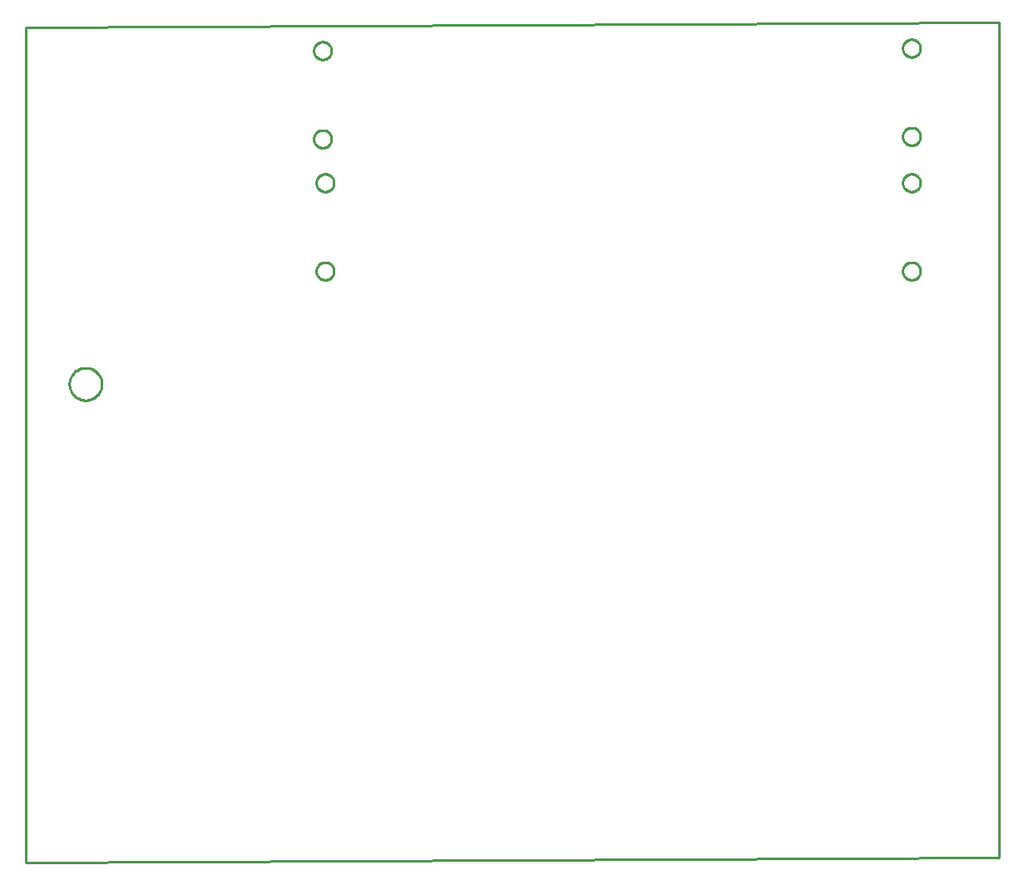
<source format=gbr>
G04 EAGLE Gerber RS-274X export*
G75*
%MOMM*%
%FSLAX34Y34*%
%LPD*%
%IN*%
%IPPOS*%
%AMOC8*
5,1,8,0,0,1.08239X$1,22.5*%
G01*
%ADD10C,0.254000*%


D10*
X0Y0D02*
X990600Y5080D01*
X990600Y855980D01*
X0Y850900D01*
X0Y0D01*
X293243Y827672D02*
X293312Y828456D01*
X293448Y829232D01*
X293652Y829992D01*
X293921Y830732D01*
X294254Y831446D01*
X294648Y832127D01*
X295100Y832772D01*
X295606Y833376D01*
X296162Y833932D01*
X296766Y834438D01*
X297411Y834890D01*
X298092Y835284D01*
X298806Y835617D01*
X299546Y835886D01*
X300307Y836090D01*
X301082Y836226D01*
X301866Y836295D01*
X302654Y836295D01*
X303438Y836226D01*
X304214Y836090D01*
X304974Y835886D01*
X305714Y835617D01*
X306428Y835284D01*
X307109Y834890D01*
X307754Y834438D01*
X308358Y833932D01*
X308914Y833376D01*
X309420Y832772D01*
X309872Y832127D01*
X310266Y831446D01*
X310599Y830732D01*
X310868Y829992D01*
X311072Y829232D01*
X311208Y828456D01*
X311277Y827672D01*
X311277Y826884D01*
X311208Y826100D01*
X311072Y825325D01*
X310868Y824564D01*
X310599Y823824D01*
X310266Y823110D01*
X309872Y822429D01*
X309420Y821784D01*
X308914Y821180D01*
X308358Y820624D01*
X307754Y820118D01*
X307109Y819666D01*
X306428Y819272D01*
X305714Y818939D01*
X304974Y818670D01*
X304214Y818466D01*
X303438Y818330D01*
X302654Y818261D01*
X301866Y818261D01*
X301082Y818330D01*
X300307Y818466D01*
X299546Y818670D01*
X298806Y818939D01*
X298092Y819272D01*
X297411Y819666D01*
X296766Y820118D01*
X296162Y820624D01*
X295606Y821180D01*
X295100Y821784D01*
X294648Y822429D01*
X294254Y823110D01*
X293921Y823824D01*
X293652Y824564D01*
X293448Y825325D01*
X293312Y826100D01*
X293243Y826884D01*
X293243Y827672D01*
X293243Y737756D02*
X293312Y738540D01*
X293448Y739316D01*
X293652Y740076D01*
X293921Y740816D01*
X294254Y741530D01*
X294648Y742211D01*
X295100Y742856D01*
X295606Y743460D01*
X296162Y744016D01*
X296766Y744522D01*
X297411Y744974D01*
X298092Y745368D01*
X298806Y745701D01*
X299546Y745970D01*
X300307Y746174D01*
X301082Y746310D01*
X301866Y746379D01*
X302654Y746379D01*
X303438Y746310D01*
X304214Y746174D01*
X304974Y745970D01*
X305714Y745701D01*
X306428Y745368D01*
X307109Y744974D01*
X307754Y744522D01*
X308358Y744016D01*
X308914Y743460D01*
X309420Y742856D01*
X309872Y742211D01*
X310266Y741530D01*
X310599Y740816D01*
X310868Y740076D01*
X311072Y739316D01*
X311208Y738540D01*
X311277Y737756D01*
X311277Y736968D01*
X311208Y736184D01*
X311072Y735409D01*
X310868Y734648D01*
X310599Y733908D01*
X310266Y733194D01*
X309872Y732513D01*
X309420Y731868D01*
X308914Y731264D01*
X308358Y730708D01*
X307754Y730202D01*
X307109Y729750D01*
X306428Y729356D01*
X305714Y729023D01*
X304974Y728754D01*
X304214Y728550D01*
X303438Y728414D01*
X302654Y728345D01*
X301866Y728345D01*
X301082Y728414D01*
X300307Y728550D01*
X299546Y728754D01*
X298806Y729023D01*
X298092Y729356D01*
X297411Y729750D01*
X296766Y730202D01*
X296162Y730708D01*
X295606Y731264D01*
X295100Y731868D01*
X294648Y732513D01*
X294254Y733194D01*
X293921Y733908D01*
X293652Y734648D01*
X293448Y735409D01*
X293312Y736184D01*
X293243Y736968D01*
X293243Y737756D01*
X910717Y739508D02*
X910648Y738724D01*
X910512Y737949D01*
X910308Y737188D01*
X910039Y736448D01*
X909706Y735734D01*
X909312Y735053D01*
X908860Y734408D01*
X908354Y733804D01*
X907798Y733248D01*
X907194Y732742D01*
X906549Y732290D01*
X905868Y731896D01*
X905154Y731563D01*
X904414Y731294D01*
X903654Y731090D01*
X902878Y730954D01*
X902094Y730885D01*
X901306Y730885D01*
X900522Y730954D01*
X899747Y731090D01*
X898986Y731294D01*
X898246Y731563D01*
X897532Y731896D01*
X896851Y732290D01*
X896206Y732742D01*
X895602Y733248D01*
X895046Y733804D01*
X894540Y734408D01*
X894088Y735053D01*
X893694Y735734D01*
X893361Y736448D01*
X893092Y737188D01*
X892888Y737949D01*
X892752Y738724D01*
X892683Y739508D01*
X892683Y740296D01*
X892752Y741080D01*
X892888Y741856D01*
X893092Y742616D01*
X893361Y743356D01*
X893694Y744070D01*
X894088Y744751D01*
X894540Y745396D01*
X895046Y746000D01*
X895602Y746556D01*
X896206Y747062D01*
X896851Y747514D01*
X897532Y747908D01*
X898246Y748241D01*
X898986Y748510D01*
X899747Y748714D01*
X900522Y748850D01*
X901306Y748919D01*
X902094Y748919D01*
X902878Y748850D01*
X903654Y748714D01*
X904414Y748510D01*
X905154Y748241D01*
X905868Y747908D01*
X906549Y747514D01*
X907194Y747062D01*
X907798Y746556D01*
X908354Y746000D01*
X908860Y745396D01*
X909312Y744751D01*
X909706Y744070D01*
X910039Y743356D01*
X910308Y742616D01*
X910512Y741856D01*
X910648Y741080D01*
X910717Y740296D01*
X910717Y739508D01*
X910717Y829424D02*
X910648Y828640D01*
X910512Y827865D01*
X910308Y827104D01*
X910039Y826364D01*
X909706Y825650D01*
X909312Y824969D01*
X908860Y824324D01*
X908354Y823720D01*
X907798Y823164D01*
X907194Y822658D01*
X906549Y822206D01*
X905868Y821812D01*
X905154Y821479D01*
X904414Y821210D01*
X903654Y821006D01*
X902878Y820870D01*
X902094Y820801D01*
X901306Y820801D01*
X900522Y820870D01*
X899747Y821006D01*
X898986Y821210D01*
X898246Y821479D01*
X897532Y821812D01*
X896851Y822206D01*
X896206Y822658D01*
X895602Y823164D01*
X895046Y823720D01*
X894540Y824324D01*
X894088Y824969D01*
X893694Y825650D01*
X893361Y826364D01*
X893092Y827104D01*
X892888Y827865D01*
X892752Y828640D01*
X892683Y829424D01*
X892683Y830212D01*
X892752Y830996D01*
X892888Y831772D01*
X893092Y832532D01*
X893361Y833272D01*
X893694Y833986D01*
X894088Y834667D01*
X894540Y835312D01*
X895046Y835916D01*
X895602Y836472D01*
X896206Y836978D01*
X896851Y837430D01*
X897532Y837824D01*
X898246Y838157D01*
X898986Y838426D01*
X899747Y838630D01*
X900522Y838766D01*
X901306Y838835D01*
X902094Y838835D01*
X902878Y838766D01*
X903654Y838630D01*
X904414Y838426D01*
X905154Y838157D01*
X905868Y837824D01*
X906549Y837430D01*
X907194Y836978D01*
X907798Y836472D01*
X908354Y835916D01*
X908860Y835312D01*
X909312Y834667D01*
X909706Y833986D01*
X910039Y833272D01*
X910308Y832532D01*
X910512Y831772D01*
X910648Y830996D01*
X910717Y830212D01*
X910717Y829424D01*
X295783Y693052D02*
X295852Y693836D01*
X295988Y694612D01*
X296192Y695372D01*
X296461Y696112D01*
X296794Y696826D01*
X297188Y697507D01*
X297640Y698152D01*
X298146Y698756D01*
X298702Y699312D01*
X299306Y699818D01*
X299951Y700270D01*
X300632Y700664D01*
X301346Y700997D01*
X302086Y701266D01*
X302847Y701470D01*
X303622Y701606D01*
X304406Y701675D01*
X305194Y701675D01*
X305978Y701606D01*
X306754Y701470D01*
X307514Y701266D01*
X308254Y700997D01*
X308968Y700664D01*
X309649Y700270D01*
X310294Y699818D01*
X310898Y699312D01*
X311454Y698756D01*
X311960Y698152D01*
X312412Y697507D01*
X312806Y696826D01*
X313139Y696112D01*
X313408Y695372D01*
X313612Y694612D01*
X313748Y693836D01*
X313817Y693052D01*
X313817Y692264D01*
X313748Y691480D01*
X313612Y690705D01*
X313408Y689944D01*
X313139Y689204D01*
X312806Y688490D01*
X312412Y687809D01*
X311960Y687164D01*
X311454Y686560D01*
X310898Y686004D01*
X310294Y685498D01*
X309649Y685046D01*
X308968Y684652D01*
X308254Y684319D01*
X307514Y684050D01*
X306754Y683846D01*
X305978Y683710D01*
X305194Y683641D01*
X304406Y683641D01*
X303622Y683710D01*
X302847Y683846D01*
X302086Y684050D01*
X301346Y684319D01*
X300632Y684652D01*
X299951Y685046D01*
X299306Y685498D01*
X298702Y686004D01*
X298146Y686560D01*
X297640Y687164D01*
X297188Y687809D01*
X296794Y688490D01*
X296461Y689204D01*
X296192Y689944D01*
X295988Y690705D01*
X295852Y691480D01*
X295783Y692264D01*
X295783Y693052D01*
X295783Y603136D02*
X295852Y603920D01*
X295988Y604696D01*
X296192Y605456D01*
X296461Y606196D01*
X296794Y606910D01*
X297188Y607591D01*
X297640Y608236D01*
X298146Y608840D01*
X298702Y609396D01*
X299306Y609902D01*
X299951Y610354D01*
X300632Y610748D01*
X301346Y611081D01*
X302086Y611350D01*
X302847Y611554D01*
X303622Y611690D01*
X304406Y611759D01*
X305194Y611759D01*
X305978Y611690D01*
X306754Y611554D01*
X307514Y611350D01*
X308254Y611081D01*
X308968Y610748D01*
X309649Y610354D01*
X310294Y609902D01*
X310898Y609396D01*
X311454Y608840D01*
X311960Y608236D01*
X312412Y607591D01*
X312806Y606910D01*
X313139Y606196D01*
X313408Y605456D01*
X313612Y604696D01*
X313748Y603920D01*
X313817Y603136D01*
X313817Y602348D01*
X313748Y601564D01*
X313612Y600789D01*
X313408Y600028D01*
X313139Y599288D01*
X312806Y598574D01*
X312412Y597893D01*
X311960Y597248D01*
X311454Y596644D01*
X310898Y596088D01*
X310294Y595582D01*
X309649Y595130D01*
X308968Y594736D01*
X308254Y594403D01*
X307514Y594134D01*
X306754Y593930D01*
X305978Y593794D01*
X305194Y593725D01*
X304406Y593725D01*
X303622Y593794D01*
X302847Y593930D01*
X302086Y594134D01*
X301346Y594403D01*
X300632Y594736D01*
X299951Y595130D01*
X299306Y595582D01*
X298702Y596088D01*
X298146Y596644D01*
X297640Y597248D01*
X297188Y597893D01*
X296794Y598574D01*
X296461Y599288D01*
X296192Y600028D01*
X295988Y600789D01*
X295852Y601564D01*
X295783Y602348D01*
X295783Y603136D01*
X910717Y602348D02*
X910648Y601564D01*
X910512Y600789D01*
X910308Y600028D01*
X910039Y599288D01*
X909706Y598574D01*
X909312Y597893D01*
X908860Y597248D01*
X908354Y596644D01*
X907798Y596088D01*
X907194Y595582D01*
X906549Y595130D01*
X905868Y594736D01*
X905154Y594403D01*
X904414Y594134D01*
X903654Y593930D01*
X902878Y593794D01*
X902094Y593725D01*
X901306Y593725D01*
X900522Y593794D01*
X899747Y593930D01*
X898986Y594134D01*
X898246Y594403D01*
X897532Y594736D01*
X896851Y595130D01*
X896206Y595582D01*
X895602Y596088D01*
X895046Y596644D01*
X894540Y597248D01*
X894088Y597893D01*
X893694Y598574D01*
X893361Y599288D01*
X893092Y600028D01*
X892888Y600789D01*
X892752Y601564D01*
X892683Y602348D01*
X892683Y603136D01*
X892752Y603920D01*
X892888Y604696D01*
X893092Y605456D01*
X893361Y606196D01*
X893694Y606910D01*
X894088Y607591D01*
X894540Y608236D01*
X895046Y608840D01*
X895602Y609396D01*
X896206Y609902D01*
X896851Y610354D01*
X897532Y610748D01*
X898246Y611081D01*
X898986Y611350D01*
X899747Y611554D01*
X900522Y611690D01*
X901306Y611759D01*
X902094Y611759D01*
X902878Y611690D01*
X903654Y611554D01*
X904414Y611350D01*
X905154Y611081D01*
X905868Y610748D01*
X906549Y610354D01*
X907194Y609902D01*
X907798Y609396D01*
X908354Y608840D01*
X908860Y608236D01*
X909312Y607591D01*
X909706Y606910D01*
X910039Y606196D01*
X910308Y605456D01*
X910512Y604696D01*
X910648Y603920D01*
X910717Y603136D01*
X910717Y602348D01*
X910717Y692264D02*
X910648Y691480D01*
X910512Y690705D01*
X910308Y689944D01*
X910039Y689204D01*
X909706Y688490D01*
X909312Y687809D01*
X908860Y687164D01*
X908354Y686560D01*
X907798Y686004D01*
X907194Y685498D01*
X906549Y685046D01*
X905868Y684652D01*
X905154Y684319D01*
X904414Y684050D01*
X903654Y683846D01*
X902878Y683710D01*
X902094Y683641D01*
X901306Y683641D01*
X900522Y683710D01*
X899747Y683846D01*
X898986Y684050D01*
X898246Y684319D01*
X897532Y684652D01*
X896851Y685046D01*
X896206Y685498D01*
X895602Y686004D01*
X895046Y686560D01*
X894540Y687164D01*
X894088Y687809D01*
X893694Y688490D01*
X893361Y689204D01*
X893092Y689944D01*
X892888Y690705D01*
X892752Y691480D01*
X892683Y692264D01*
X892683Y693052D01*
X892752Y693836D01*
X892888Y694612D01*
X893092Y695372D01*
X893361Y696112D01*
X893694Y696826D01*
X894088Y697507D01*
X894540Y698152D01*
X895046Y698756D01*
X895602Y699312D01*
X896206Y699818D01*
X896851Y700270D01*
X897532Y700664D01*
X898246Y700997D01*
X898986Y701266D01*
X899747Y701470D01*
X900522Y701606D01*
X901306Y701675D01*
X902094Y701675D01*
X902878Y701606D01*
X903654Y701470D01*
X904414Y701266D01*
X905154Y700997D01*
X905868Y700664D01*
X906549Y700270D01*
X907194Y699818D01*
X907798Y699312D01*
X908354Y698756D01*
X908860Y698152D01*
X909312Y697507D01*
X909706Y696826D01*
X910039Y696112D01*
X910308Y695372D01*
X910512Y694612D01*
X910648Y693836D01*
X910717Y693052D01*
X910717Y692264D01*
X61500Y504190D02*
X62579Y504119D01*
X63651Y503978D01*
X64711Y503767D01*
X65755Y503488D01*
X66779Y503140D01*
X67777Y502726D01*
X68747Y502248D01*
X69683Y501708D01*
X70582Y501107D01*
X71439Y500449D01*
X72252Y499737D01*
X73017Y498972D01*
X73729Y498159D01*
X74387Y497302D01*
X74988Y496403D01*
X75528Y495467D01*
X76006Y494497D01*
X76420Y493499D01*
X76768Y492475D01*
X77047Y491431D01*
X77258Y490371D01*
X77399Y489299D01*
X77470Y488220D01*
X77470Y487140D01*
X77399Y486061D01*
X77258Y484989D01*
X77047Y483929D01*
X76768Y482885D01*
X76420Y481861D01*
X76006Y480863D01*
X75528Y479893D01*
X74988Y478957D01*
X74387Y478058D01*
X73729Y477201D01*
X73017Y476388D01*
X72252Y475624D01*
X71439Y474911D01*
X70582Y474253D01*
X69683Y473652D01*
X68747Y473112D01*
X67777Y472634D01*
X66779Y472220D01*
X65755Y471872D01*
X64711Y471593D01*
X63651Y471382D01*
X62579Y471241D01*
X61500Y471170D01*
X60420Y471170D01*
X59341Y471241D01*
X58269Y471382D01*
X57209Y471593D01*
X56165Y471872D01*
X55141Y472220D01*
X54143Y472634D01*
X53173Y473112D01*
X52237Y473652D01*
X51338Y474253D01*
X50481Y474911D01*
X49668Y475624D01*
X48904Y476388D01*
X48191Y477201D01*
X47533Y478058D01*
X46932Y478957D01*
X46392Y479893D01*
X45914Y480863D01*
X45500Y481861D01*
X45152Y482885D01*
X44873Y483929D01*
X44662Y484989D01*
X44521Y486061D01*
X44450Y487140D01*
X44450Y488220D01*
X44521Y489299D01*
X44662Y490371D01*
X44873Y491431D01*
X45152Y492475D01*
X45500Y493499D01*
X45914Y494497D01*
X46392Y495467D01*
X46932Y496403D01*
X47533Y497302D01*
X48191Y498159D01*
X48904Y498972D01*
X49668Y499737D01*
X50481Y500449D01*
X51338Y501107D01*
X52237Y501708D01*
X53173Y502248D01*
X54143Y502726D01*
X55141Y503140D01*
X56165Y503488D01*
X57209Y503767D01*
X58269Y503978D01*
X59341Y504119D01*
X60420Y504190D01*
X61500Y504190D01*
M02*

</source>
